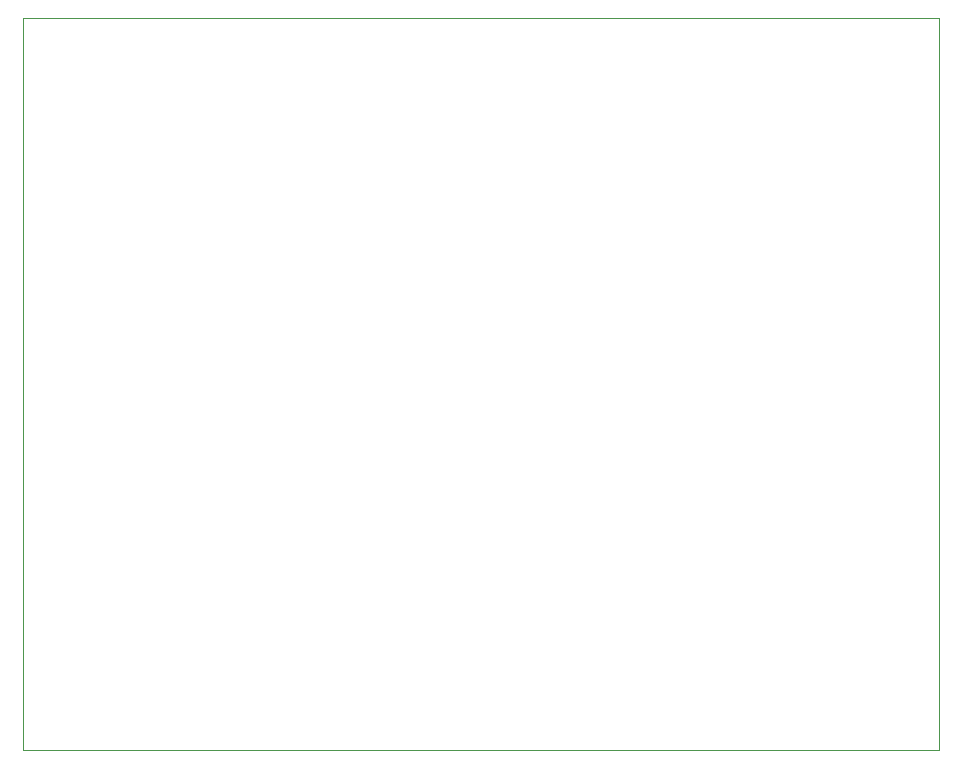
<source format=gbr>
%TF.GenerationSoftware,KiCad,Pcbnew,8.0.5*%
%TF.CreationDate,2025-03-15T14:34:52+00:00*%
%TF.ProjectId,RPP_2LEDs_DifferentSetup,5250505f-324c-4454-9473-5f4469666665,rev?*%
%TF.SameCoordinates,Original*%
%TF.FileFunction,Profile,NP*%
%FSLAX46Y46*%
G04 Gerber Fmt 4.6, Leading zero omitted, Abs format (unit mm)*
G04 Created by KiCad (PCBNEW 8.0.5) date 2025-03-15 14:34:52*
%MOMM*%
%LPD*%
G01*
G04 APERTURE LIST*
%TA.AperFunction,Profile*%
%ADD10C,0.050000*%
%TD*%
G04 APERTURE END LIST*
D10*
X93000000Y-65000000D02*
X170500000Y-65000000D01*
X170500000Y-127000000D01*
X93000000Y-127000000D01*
X93000000Y-65000000D01*
M02*

</source>
